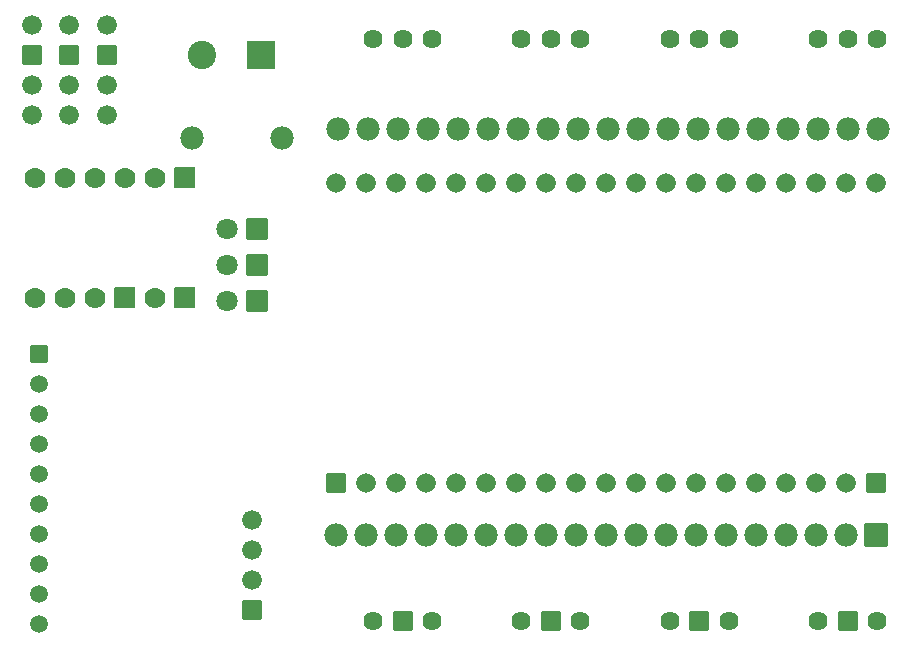
<source format=gts>
G04 Layer: TopSolderMaskLayer*
G04 EasyEDA v6.5.23, 2023-06-08 09:20:47*
G04 55327712f0a3441bad1e631ee7ba6bcd,133cb59a28494424a397ab70695d2c60,10*
G04 Gerber Generator version 0.2*
G04 Scale: 100 percent, Rotated: No, Reflected: No *
G04 Dimensions in millimeters *
G04 leading zeros omitted , absolute positions ,4 integer and 5 decimal *
%FSLAX45Y45*%
%MOMM*%

%AMMACRO1*1,1,$1,$2,$3*1,1,$1,$4,$5*1,1,$1,0-$2,0-$3*1,1,$1,0-$4,0-$5*20,1,$1,$2,$3,$4,$5,0*20,1,$1,$4,$5,0-$2,0-$3,0*20,1,$1,0-$2,0-$3,0-$4,0-$5,0*20,1,$1,0-$4,0-$5,$2,$3,0*4,1,4,$2,$3,$4,$5,0-$2,0-$3,0-$4,0-$5,$2,$3,0*%
%ADD10C,1.8020*%
%ADD11MACRO1,0.102X-0.85X0.85X0.85X0.85*%
%ADD12C,2.4016*%
%ADD13MACRO1,0.102X-1.15X1.15X1.15X1.15*%
%ADD14C,1.6240*%
%ADD15MACRO1,0.1X-0.762X0.762X0.762X0.762*%
%ADD16C,1.6770*%
%ADD17MACRO1,0.102X0.7875X0.7875X0.7875X-0.7875*%
%ADD18C,1.6764*%
%ADD19MACRO1,0.1016X-0.7874X-0.7874X-0.7874X0.7874*%
%ADD20MACRO1,0.1016X0.8382X0.8382X0.8382X-0.8382*%
%ADD21C,1.7780*%
%ADD22C,1.9812*%
%ADD23MACRO1,0.1016X-0.78X-0.78X-0.78X0.78*%
%ADD24C,1.6620*%
%ADD25MACRO1,0.1016X-0.6998X0.6998X0.6998X0.6998*%
%ADD26C,1.5011*%
%ADD27MACRO1,0.1016X0.9398X0.9398X0.9398X-0.9398*%

%LPD*%
D10*
G01*
X2499740Y11736959D03*
D11*
G01*
X2753734Y11736955D03*
D10*
G01*
X2499740Y12041759D03*
D11*
G01*
X2753734Y12041755D03*
D10*
G01*
X2499740Y11432159D03*
D11*
G01*
X2753734Y11432155D03*
D12*
G01*
X2287854Y13514959D03*
D13*
G01*
X2787818Y13514957D03*
D14*
G01*
X3739895Y8727059D03*
D15*
G01*
X3989898Y8727056D03*
D14*
G01*
X4239895Y8727059D03*
G01*
X4995773Y8727059D03*
D15*
G01*
X5245788Y8727056D03*
D14*
G01*
X5495772Y8727059D03*
G01*
X6251676Y8727059D03*
D15*
G01*
X6501678Y8727056D03*
D14*
G01*
X6751675Y8727059D03*
G01*
X7507554Y8727059D03*
D15*
G01*
X7757568Y8727056D03*
D14*
G01*
X8007553Y8727059D03*
G01*
X4239895Y13654659D03*
G01*
X3989857Y13654659D03*
G01*
X3739870Y13654659D03*
G01*
X5495772Y13654659D03*
G01*
X5245734Y13654659D03*
G01*
X4995748Y13654659D03*
G01*
X6751675Y13654659D03*
G01*
X6501638Y13654659D03*
G01*
X6251651Y13654659D03*
G01*
X8007553Y13654659D03*
G01*
X7757515Y13654659D03*
G01*
X7507528Y13654659D03*
D16*
G01*
X1483740Y13768959D03*
D17*
G01*
X1483723Y13514958D03*
D18*
G01*
X1483740Y13260959D03*
G01*
X1483740Y13006959D03*
D19*
G01*
X2715643Y8815956D03*
D18*
G01*
X2715640Y9069959D03*
G01*
X2715640Y9323959D03*
G01*
X2715640Y9577959D03*
D20*
G01*
X2144143Y11457556D03*
D21*
G01*
X1890140Y11457559D03*
D20*
G01*
X1636143Y11457556D03*
D21*
G01*
X1382140Y11457559D03*
G01*
X1128140Y11457559D03*
G01*
X874140Y11457559D03*
D20*
G01*
X2144143Y12473556D03*
D21*
G01*
X1890140Y12473559D03*
G01*
X1636140Y12473559D03*
G01*
X1382140Y12473559D03*
G01*
X1128140Y12473559D03*
G01*
X874140Y12473559D03*
D22*
G01*
X2969640Y12816459D03*
G01*
X2207640Y12816459D03*
D16*
G01*
X1166240Y13768959D03*
D17*
G01*
X1166243Y13514958D03*
D18*
G01*
X1166240Y13260959D03*
G01*
X1166240Y13006959D03*
D16*
G01*
X848740Y13768959D03*
D17*
G01*
X848743Y13514958D03*
D18*
G01*
X848740Y13260959D03*
G01*
X848740Y13006959D03*
D23*
G01*
X3423439Y9892459D03*
D24*
G01*
X3677437Y9892461D03*
G01*
X3931437Y9892461D03*
G01*
X4185437Y9892461D03*
G01*
X4439437Y9892461D03*
G01*
X4693437Y9892461D03*
G01*
X4947437Y9892461D03*
G01*
X5201437Y9892461D03*
G01*
X5455437Y9892461D03*
G01*
X5709437Y9892461D03*
G01*
X5963437Y9892461D03*
G01*
X6217437Y9892461D03*
G01*
X6471437Y9892461D03*
G01*
X6725437Y9892461D03*
G01*
X6979437Y9892461D03*
G01*
X7233437Y9892461D03*
G01*
X7487437Y9892461D03*
G01*
X7741437Y9892461D03*
D23*
G01*
X7995439Y9892459D03*
D24*
G01*
X3423437Y12435459D03*
G01*
X3677437Y12435459D03*
G01*
X3931437Y12435459D03*
G01*
X4185437Y12435459D03*
G01*
X4439437Y12435459D03*
G01*
X4693437Y12435459D03*
G01*
X4947437Y12435459D03*
G01*
X5201437Y12435459D03*
G01*
X5455437Y12435459D03*
G01*
X5709437Y12435459D03*
G01*
X5963437Y12435459D03*
G01*
X6217437Y12435459D03*
G01*
X6471437Y12435459D03*
G01*
X6725437Y12435459D03*
G01*
X6979437Y12435459D03*
G01*
X7233437Y12435459D03*
G01*
X7487437Y12435459D03*
G01*
X7741437Y12435459D03*
G01*
X7995437Y12435459D03*
D22*
G01*
X8011540Y12892659D03*
G01*
X7757540Y12892659D03*
G01*
X7503540Y12892659D03*
G01*
X7249540Y12892659D03*
G01*
X6995540Y12892659D03*
G01*
X6741540Y12892659D03*
G01*
X6487540Y12892659D03*
G01*
X6233540Y12892659D03*
G01*
X5979540Y12892659D03*
G01*
X5725540Y12892659D03*
G01*
X5471540Y12892659D03*
G01*
X5217540Y12892659D03*
G01*
X4963540Y12892659D03*
G01*
X4709540Y12892659D03*
G01*
X4455540Y12892659D03*
G01*
X4201540Y12892659D03*
G01*
X3947540Y12892659D03*
G01*
X3693540Y12892659D03*
G01*
X3439540Y12892659D03*
D25*
G01*
X912243Y10987656D03*
D26*
G01*
X912240Y10733659D03*
G01*
X912240Y10479659D03*
G01*
X912240Y10225659D03*
G01*
X912240Y9971659D03*
G01*
X912240Y9717659D03*
G01*
X912240Y9463659D03*
G01*
X912240Y9209659D03*
G01*
X912240Y8955659D03*
G01*
X912240Y8701659D03*
D27*
G01*
X7998843Y9450956D03*
D22*
G01*
X7744840Y9450959D03*
G01*
X7490840Y9450959D03*
G01*
X7236840Y9450959D03*
G01*
X6982840Y9450959D03*
G01*
X6728840Y9450959D03*
G01*
X6474840Y9450959D03*
G01*
X6220840Y9450959D03*
G01*
X5966840Y9450959D03*
G01*
X5712840Y9450959D03*
G01*
X5458840Y9450959D03*
G01*
X5204840Y9450959D03*
G01*
X4950840Y9450959D03*
G01*
X4696840Y9450959D03*
G01*
X4442840Y9450959D03*
G01*
X4188840Y9450959D03*
G01*
X3934840Y9450959D03*
G01*
X3680840Y9450959D03*
G01*
X3426840Y9450959D03*
M02*

</source>
